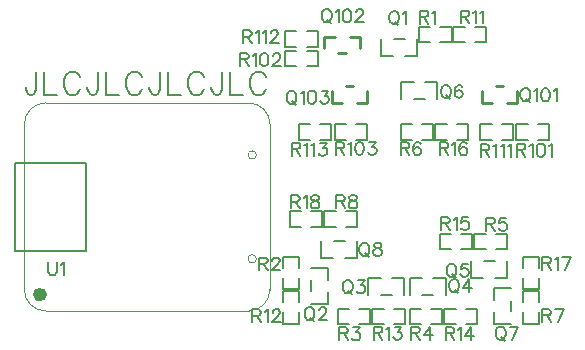
<source format=gto>
G04 Layer: TopSilkscreenLayer*
G04 EasyEDA v6.5.29, 2023-07-18 11:10:11*
G04 46a78cb779de4c589d7e1b01d2e58bcc,4bfb672c99b74c95bcb02992393faf10,10*
G04 Gerber Generator version 0.2*
G04 Scale: 100 percent, Rotated: No, Reflected: No *
G04 Dimensions in millimeters *
G04 leading zeros omitted , absolute positions ,4 integer and 5 decimal *
%FSLAX45Y45*%
%MOMM*%

%ADD10C,0.2032*%
%ADD11C,0.1524*%
%ADD12C,0.2540*%
%ADD13C,0.1000*%
%ADD14C,0.2000*%
%ADD15C,0.6000*%
%ADD16C,0.0164*%

%LPD*%
D10*
X3609593Y9107678D02*
G01*
X3609593Y8959850D01*
X3600195Y8932163D01*
X3591052Y8923020D01*
X3572509Y8913876D01*
X3553968Y8913876D01*
X3535679Y8923020D01*
X3526281Y8932163D01*
X3517138Y8959850D01*
X3517138Y8978392D01*
X3670554Y9107678D02*
G01*
X3670554Y8913876D01*
X3670554Y8913876D02*
G01*
X3781297Y8913876D01*
X3980688Y9061450D02*
G01*
X3971543Y9079992D01*
X3953002Y9098534D01*
X3934713Y9107678D01*
X3897629Y9107678D01*
X3879088Y9098534D01*
X3860800Y9079992D01*
X3851402Y9061450D01*
X3842258Y9033763D01*
X3842258Y8987789D01*
X3851402Y8959850D01*
X3860800Y8941562D01*
X3879088Y8923020D01*
X3897629Y8913876D01*
X3934713Y8913876D01*
X3953002Y8923020D01*
X3971543Y8941562D01*
X3980688Y8959850D01*
X4134104Y9107678D02*
G01*
X4134104Y8959850D01*
X4124959Y8932163D01*
X4115561Y8923020D01*
X4097274Y8913876D01*
X4078731Y8913876D01*
X4060190Y8923020D01*
X4051045Y8932163D01*
X4041647Y8959850D01*
X4041647Y8978392D01*
X4195063Y9107678D02*
G01*
X4195063Y8913876D01*
X4195063Y8913876D02*
G01*
X4305808Y8913876D01*
X4505452Y9061450D02*
G01*
X4496308Y9079992D01*
X4477765Y9098534D01*
X4459224Y9107678D01*
X4422393Y9107678D01*
X4403852Y9098534D01*
X4385309Y9079992D01*
X4376165Y9061450D01*
X4366768Y9033763D01*
X4366768Y8987789D01*
X4376165Y8959850D01*
X4385309Y8941562D01*
X4403852Y8923020D01*
X4422393Y8913876D01*
X4459224Y8913876D01*
X4477765Y8923020D01*
X4496308Y8941562D01*
X4505452Y8959850D01*
X4658868Y9107678D02*
G01*
X4658868Y8959850D01*
X4649470Y8932163D01*
X4640325Y8923020D01*
X4621784Y8913876D01*
X4603241Y8913876D01*
X4584954Y8923020D01*
X4575556Y8932163D01*
X4566411Y8959850D01*
X4566411Y8978392D01*
X4719827Y9107678D02*
G01*
X4719827Y8913876D01*
X4719827Y8913876D02*
G01*
X4830572Y8913876D01*
X5029961Y9061450D02*
G01*
X5020818Y9079992D01*
X5002275Y9098534D01*
X4983988Y9107678D01*
X4946904Y9107678D01*
X4928361Y9098534D01*
X4910074Y9079992D01*
X4900675Y9061450D01*
X4891531Y9033763D01*
X4891531Y8987789D01*
X4900675Y8959850D01*
X4910074Y8941562D01*
X4928361Y8923020D01*
X4946904Y8913876D01*
X4983988Y8913876D01*
X5002275Y8923020D01*
X5020818Y8941562D01*
X5029961Y8959850D01*
X5183377Y9107678D02*
G01*
X5183377Y8959850D01*
X5174234Y8932163D01*
X5164836Y8923020D01*
X5146547Y8913876D01*
X5128006Y8913876D01*
X5109463Y8923020D01*
X5100320Y8932163D01*
X5090922Y8959850D01*
X5090922Y8978392D01*
X5244338Y9107678D02*
G01*
X5244338Y8913876D01*
X5244338Y8913876D02*
G01*
X5355081Y8913876D01*
X5554725Y9061450D02*
G01*
X5545327Y9079992D01*
X5527040Y9098534D01*
X5508497Y9107678D01*
X5471668Y9107678D01*
X5453125Y9098534D01*
X5434584Y9079992D01*
X5425440Y9061450D01*
X5416041Y9033763D01*
X5416041Y8987789D01*
X5425440Y8959850D01*
X5434584Y8941562D01*
X5453125Y8923020D01*
X5471668Y8913876D01*
X5508497Y8913876D01*
X5527040Y8923020D01*
X5545327Y8941562D01*
X5554725Y8959850D01*
D11*
X7200645Y9625584D02*
G01*
X7200645Y9516618D01*
X7200645Y9625584D02*
G01*
X7247381Y9625584D01*
X7262875Y9620504D01*
X7268209Y9615170D01*
X7273290Y9604755D01*
X7273290Y9594342D01*
X7268209Y9583928D01*
X7262875Y9578847D01*
X7247381Y9573768D01*
X7200645Y9573768D01*
X7236968Y9573768D02*
G01*
X7273290Y9516618D01*
X7307579Y9604755D02*
G01*
X7317993Y9610089D01*
X7333488Y9625584D01*
X7333488Y9516618D01*
X7367777Y9604755D02*
G01*
X7378191Y9610089D01*
X7393940Y9625584D01*
X7393940Y9516618D01*
X5436615Y7094981D02*
G01*
X5436615Y6985762D01*
X5436615Y7094981D02*
G01*
X5483352Y7094981D01*
X5499100Y7089647D01*
X5504179Y7084568D01*
X5509513Y7074154D01*
X5509513Y7063739D01*
X5504179Y7053326D01*
X5499100Y7048245D01*
X5483352Y7042912D01*
X5436615Y7042912D01*
X5473191Y7042912D02*
G01*
X5509513Y6985762D01*
X5543804Y7074154D02*
G01*
X5554218Y7079234D01*
X5569711Y7094981D01*
X5569711Y6985762D01*
X5609081Y7068820D02*
G01*
X5609081Y7074154D01*
X5614415Y7084568D01*
X5619495Y7089647D01*
X5629909Y7094981D01*
X5650738Y7094981D01*
X5661152Y7089647D01*
X5666231Y7084568D01*
X5671565Y7074154D01*
X5671565Y7063739D01*
X5666231Y7053326D01*
X5656072Y7037831D01*
X5604002Y6985762D01*
X5676645Y6985762D01*
X6464300Y6949186D02*
G01*
X6464300Y6839965D01*
X6464300Y6949186D02*
G01*
X6511036Y6949186D01*
X6526529Y6943852D01*
X6531863Y6938771D01*
X6536943Y6928358D01*
X6536943Y6917944D01*
X6531863Y6907529D01*
X6526529Y6902195D01*
X6511036Y6897115D01*
X6464300Y6897115D01*
X6500622Y6897115D02*
G01*
X6536943Y6839965D01*
X6571234Y6928358D02*
G01*
X6581647Y6933437D01*
X6597141Y6949186D01*
X6597141Y6839965D01*
X6641845Y6949186D02*
G01*
X6698995Y6949186D01*
X6667754Y6907529D01*
X6683502Y6907529D01*
X6693915Y6902195D01*
X6698995Y6897115D01*
X6704329Y6881621D01*
X6704329Y6871208D01*
X6698995Y6855460D01*
X6688581Y6845045D01*
X6673088Y6839965D01*
X6657593Y6839965D01*
X6641845Y6845045D01*
X6636765Y6850379D01*
X6631431Y6860794D01*
X7073138Y6943344D02*
G01*
X7073138Y6834123D01*
X7073138Y6943344D02*
G01*
X7119874Y6943344D01*
X7135368Y6938010D01*
X7140702Y6932929D01*
X7145781Y6922515D01*
X7145781Y6912102D01*
X7140702Y6901687D01*
X7135368Y6896608D01*
X7119874Y6891273D01*
X7073138Y6891273D01*
X7109459Y6891273D02*
G01*
X7145781Y6834123D01*
X7180072Y6922515D02*
G01*
X7190486Y6927595D01*
X7206234Y6943344D01*
X7206234Y6834123D01*
X7292340Y6943344D02*
G01*
X7240524Y6870445D01*
X7318247Y6870445D01*
X7292340Y6943344D02*
G01*
X7292340Y6834123D01*
X7035038Y7876031D02*
G01*
X7035038Y7767065D01*
X7035038Y7876031D02*
G01*
X7081774Y7876031D01*
X7097268Y7870952D01*
X7102602Y7865871D01*
X7107681Y7855458D01*
X7107681Y7845044D01*
X7102602Y7834629D01*
X7097268Y7829295D01*
X7081774Y7824215D01*
X7035038Y7824215D01*
X7071359Y7824215D02*
G01*
X7107681Y7767065D01*
X7141972Y7855458D02*
G01*
X7152386Y7860537D01*
X7167879Y7876031D01*
X7167879Y7767065D01*
X7264654Y7876031D02*
G01*
X7212584Y7876031D01*
X7207504Y7829295D01*
X7212584Y7834629D01*
X7228331Y7839710D01*
X7243825Y7839710D01*
X7259320Y7834629D01*
X7269734Y7824215D01*
X7275068Y7808721D01*
X7275068Y7798308D01*
X7269734Y7782560D01*
X7259320Y7772145D01*
X7243825Y7767065D01*
X7228331Y7767065D01*
X7212584Y7772145D01*
X7207504Y7777479D01*
X7202170Y7787894D01*
X7023100Y8510524D02*
G01*
X7023100Y8401304D01*
X7023100Y8510524D02*
G01*
X7069836Y8510524D01*
X7085329Y8505189D01*
X7090663Y8500110D01*
X7095743Y8489695D01*
X7095743Y8479281D01*
X7090663Y8468868D01*
X7085329Y8463787D01*
X7069836Y8458454D01*
X7023100Y8458454D01*
X7059422Y8458454D02*
G01*
X7095743Y8401304D01*
X7130034Y8489695D02*
G01*
X7140447Y8494776D01*
X7155941Y8510524D01*
X7155941Y8401304D01*
X7252715Y8494776D02*
G01*
X7247381Y8505189D01*
X7231888Y8510524D01*
X7221474Y8510524D01*
X7205979Y8505189D01*
X7195565Y8489695D01*
X7190231Y8463787D01*
X7190231Y8437626D01*
X7195565Y8417052D01*
X7205979Y8406637D01*
X7221474Y8401304D01*
X7226554Y8401304D01*
X7242302Y8406637D01*
X7252715Y8417052D01*
X7257795Y8432545D01*
X7257795Y8437626D01*
X7252715Y8453374D01*
X7242302Y8463787D01*
X7226554Y8468868D01*
X7221474Y8468868D01*
X7205979Y8463787D01*
X7195565Y8453374D01*
X7190231Y8437626D01*
X7892541Y7538973D02*
G01*
X7892541Y7430008D01*
X7892541Y7538973D02*
G01*
X7939277Y7538973D01*
X7954772Y7533894D01*
X7960106Y7528560D01*
X7965186Y7518145D01*
X7965186Y7507986D01*
X7960106Y7497571D01*
X7954772Y7492237D01*
X7939277Y7487158D01*
X7892541Y7487158D01*
X7928863Y7487158D02*
G01*
X7965186Y7430008D01*
X7999475Y7518145D02*
G01*
X8009890Y7523479D01*
X8025384Y7538973D01*
X8025384Y7430008D01*
X8132572Y7538973D02*
G01*
X8080502Y7430008D01*
X8059674Y7538973D02*
G01*
X8132572Y7538973D01*
X5765800Y8059673D02*
G01*
X5765800Y7950708D01*
X5765800Y8059673D02*
G01*
X5812536Y8059673D01*
X5828029Y8054594D01*
X5833363Y8049260D01*
X5838443Y8038845D01*
X5838443Y8028686D01*
X5833363Y8018271D01*
X5828029Y8012937D01*
X5812536Y8007858D01*
X5765800Y8007858D01*
X5802122Y8007858D02*
G01*
X5838443Y7950708D01*
X5872734Y8038845D02*
G01*
X5883147Y8044179D01*
X5898895Y8059673D01*
X5898895Y7950708D01*
X5959093Y8059673D02*
G01*
X5943600Y8054594D01*
X5938265Y8044179D01*
X5938265Y8033765D01*
X5943600Y8023352D01*
X5953759Y8018271D01*
X5974588Y8012937D01*
X5990336Y8007858D01*
X6000750Y7997444D01*
X6005829Y7987029D01*
X6005829Y7971536D01*
X6000750Y7961121D01*
X5995415Y7955787D01*
X5979922Y7950708D01*
X5959093Y7950708D01*
X5943600Y7955787D01*
X5938265Y7961121D01*
X5933186Y7971536D01*
X5933186Y7987029D01*
X5938265Y7997444D01*
X5948679Y8007858D01*
X5964174Y8012937D01*
X5985002Y8018271D01*
X5995415Y8023352D01*
X6000750Y8033765D01*
X6000750Y8044179D01*
X5995415Y8054594D01*
X5979922Y8059673D01*
X5959093Y8059673D01*
X6627749Y9620554D02*
G01*
X6617334Y9615474D01*
X6606920Y9605060D01*
X6601586Y9594646D01*
X6596506Y9578898D01*
X6596506Y9552990D01*
X6601586Y9537496D01*
X6606920Y9527082D01*
X6617334Y9516668D01*
X6627749Y9511588D01*
X6648577Y9511588D01*
X6658736Y9516668D01*
X6669150Y9527082D01*
X6674484Y9537496D01*
X6679565Y9552990D01*
X6679565Y9578898D01*
X6674484Y9594646D01*
X6669150Y9605060D01*
X6658736Y9615474D01*
X6648577Y9620554D01*
X6627749Y9620554D01*
X6643243Y9532162D02*
G01*
X6674484Y9501174D01*
X6713854Y9599726D02*
G01*
X6724268Y9605060D01*
X6740016Y9620554D01*
X6740016Y9511588D01*
X7530033Y6949033D02*
G01*
X7519619Y6943953D01*
X7509205Y6933539D01*
X7503871Y6923125D01*
X7498791Y6907377D01*
X7498791Y6881469D01*
X7503871Y6865975D01*
X7509205Y6855561D01*
X7519619Y6845147D01*
X7530033Y6840067D01*
X7550861Y6840067D01*
X7561021Y6845147D01*
X7571435Y6855561D01*
X7576769Y6865975D01*
X7581849Y6881469D01*
X7581849Y6907377D01*
X7576769Y6923125D01*
X7571435Y6933539D01*
X7561021Y6943953D01*
X7550861Y6949033D01*
X7530033Y6949033D01*
X7545527Y6860641D02*
G01*
X7576769Y6829653D01*
X7689037Y6949033D02*
G01*
X7636967Y6840067D01*
X7616139Y6949033D02*
G01*
X7689037Y6949033D01*
X6375450Y7658633D02*
G01*
X6365036Y7653553D01*
X6354622Y7643139D01*
X6349288Y7632725D01*
X6344208Y7616977D01*
X6344208Y7591069D01*
X6349288Y7575575D01*
X6354622Y7565161D01*
X6365036Y7554747D01*
X6375450Y7549667D01*
X6396278Y7549667D01*
X6406438Y7554747D01*
X6416852Y7565161D01*
X6422186Y7575575D01*
X6427266Y7591069D01*
X6427266Y7616977D01*
X6422186Y7632725D01*
X6416852Y7643139D01*
X6406438Y7653553D01*
X6396278Y7658633D01*
X6375450Y7658633D01*
X6390944Y7570241D02*
G01*
X6422186Y7539253D01*
X6487718Y7658633D02*
G01*
X6471970Y7653553D01*
X6466890Y7643139D01*
X6466890Y7632725D01*
X6471970Y7622311D01*
X6482384Y7616977D01*
X6503212Y7611897D01*
X6518706Y7606817D01*
X6529120Y7596403D01*
X6534454Y7585989D01*
X6534454Y7570241D01*
X6529120Y7559827D01*
X6524040Y7554747D01*
X6508292Y7549667D01*
X6487718Y7549667D01*
X6471970Y7554747D01*
X6466890Y7559827D01*
X6461556Y7570241D01*
X6461556Y7585989D01*
X6466890Y7596403D01*
X6477304Y7606817D01*
X6492798Y7611897D01*
X6513626Y7616977D01*
X6524040Y7622311D01*
X6529120Y7632725D01*
X6529120Y7643139D01*
X6524040Y7653553D01*
X6508292Y7658633D01*
X6487718Y7658633D01*
X7738562Y8967124D02*
G01*
X7728148Y8962044D01*
X7717734Y8951630D01*
X7712400Y8941216D01*
X7707320Y8925468D01*
X7707320Y8899560D01*
X7712400Y8884066D01*
X7717734Y8873652D01*
X7728148Y8863238D01*
X7738562Y8858158D01*
X7759390Y8858158D01*
X7769550Y8863238D01*
X7779964Y8873652D01*
X7785298Y8884066D01*
X7790378Y8899560D01*
X7790378Y8925468D01*
X7785298Y8941216D01*
X7779964Y8951630D01*
X7769550Y8962044D01*
X7759390Y8967124D01*
X7738562Y8967124D01*
X7754056Y8878732D02*
G01*
X7785298Y8847744D01*
X7824668Y8946296D02*
G01*
X7835082Y8951630D01*
X7850830Y8967124D01*
X7850830Y8858158D01*
X7916108Y8967124D02*
G01*
X7900614Y8962044D01*
X7890200Y8946296D01*
X7885120Y8920388D01*
X7885120Y8904894D01*
X7890200Y8878732D01*
X7900614Y8863238D01*
X7916108Y8858158D01*
X7926522Y8858158D01*
X7942270Y8863238D01*
X7952430Y8878732D01*
X7957764Y8904894D01*
X7957764Y8920388D01*
X7952430Y8946296D01*
X7942270Y8962044D01*
X7926522Y8967124D01*
X7916108Y8967124D01*
X7992054Y8946296D02*
G01*
X8002468Y8951630D01*
X8017962Y8967124D01*
X8017962Y8858158D01*
X6056096Y9635540D02*
G01*
X6045682Y9630460D01*
X6035268Y9620046D01*
X6029934Y9609632D01*
X6024854Y9593884D01*
X6024854Y9567976D01*
X6029934Y9552482D01*
X6035268Y9542068D01*
X6045682Y9531654D01*
X6056096Y9526574D01*
X6076924Y9526574D01*
X6087084Y9531654D01*
X6097498Y9542068D01*
X6102832Y9552482D01*
X6107912Y9567976D01*
X6107912Y9593884D01*
X6102832Y9609632D01*
X6097498Y9620046D01*
X6087084Y9630460D01*
X6076924Y9635540D01*
X6056096Y9635540D01*
X6071590Y9547148D02*
G01*
X6102832Y9516160D01*
X6142202Y9614712D02*
G01*
X6152616Y9620046D01*
X6168364Y9635540D01*
X6168364Y9526574D01*
X6233642Y9635540D02*
G01*
X6218148Y9630460D01*
X6207734Y9614712D01*
X6202654Y9588804D01*
X6202654Y9573310D01*
X6207734Y9547148D01*
X6218148Y9531654D01*
X6233642Y9526574D01*
X6244056Y9526574D01*
X6259804Y9531654D01*
X6269964Y9547148D01*
X6275298Y9573310D01*
X6275298Y9588804D01*
X6269964Y9614712D01*
X6259804Y9630460D01*
X6244056Y9635540D01*
X6233642Y9635540D01*
X6314668Y9609632D02*
G01*
X6314668Y9614712D01*
X6320002Y9625126D01*
X6325082Y9630460D01*
X6335496Y9635540D01*
X6356324Y9635540D01*
X6366738Y9630460D01*
X6371818Y9625126D01*
X6377152Y9614712D01*
X6377152Y9604298D01*
X6371818Y9593884D01*
X6361404Y9578390D01*
X6309588Y9526574D01*
X6382232Y9526574D01*
X5759216Y8946499D02*
G01*
X5748802Y8941419D01*
X5738388Y8931005D01*
X5733054Y8920591D01*
X5727974Y8904843D01*
X5727974Y8878935D01*
X5733054Y8863441D01*
X5738388Y8853027D01*
X5748802Y8842613D01*
X5759216Y8837533D01*
X5780044Y8837533D01*
X5790204Y8842613D01*
X5800618Y8853027D01*
X5805952Y8863441D01*
X5811032Y8878935D01*
X5811032Y8904843D01*
X5805952Y8920591D01*
X5800618Y8931005D01*
X5790204Y8941419D01*
X5780044Y8946499D01*
X5759216Y8946499D01*
X5774710Y8858107D02*
G01*
X5805952Y8827119D01*
X5845322Y8925671D02*
G01*
X5855736Y8931005D01*
X5871484Y8946499D01*
X5871484Y8837533D01*
X5936762Y8946499D02*
G01*
X5921268Y8941419D01*
X5910854Y8925671D01*
X5905774Y8899763D01*
X5905774Y8884269D01*
X5910854Y8858107D01*
X5921268Y8842613D01*
X5936762Y8837533D01*
X5947176Y8837533D01*
X5962924Y8842613D01*
X5973084Y8858107D01*
X5978418Y8884269D01*
X5978418Y8899763D01*
X5973084Y8925671D01*
X5962924Y8941419D01*
X5947176Y8946499D01*
X5936762Y8946499D01*
X6023122Y8946499D02*
G01*
X6080272Y8946499D01*
X6049030Y8904843D01*
X6064524Y8904843D01*
X6074938Y8899763D01*
X6080272Y8894683D01*
X6085352Y8878935D01*
X6085352Y8868521D01*
X6080272Y8853027D01*
X6069858Y8842613D01*
X6054364Y8837533D01*
X6038616Y8837533D01*
X6023122Y8842613D01*
X6017788Y8847693D01*
X6012708Y8858107D01*
X6853148Y9623526D02*
G01*
X6853148Y9514560D01*
X6853148Y9623526D02*
G01*
X6899884Y9623526D01*
X6915378Y9618446D01*
X6920712Y9613112D01*
X6925792Y9602698D01*
X6925792Y9592284D01*
X6920712Y9581870D01*
X6915378Y9576790D01*
X6899884Y9571710D01*
X6853148Y9571710D01*
X6889470Y9571710D02*
G01*
X6925792Y9514560D01*
X6960082Y9602698D02*
G01*
X6970496Y9608032D01*
X6986244Y9623526D01*
X6986244Y9514560D01*
X7893354Y7096760D02*
G01*
X7893354Y6987794D01*
X7893354Y7096760D02*
G01*
X7940090Y7096760D01*
X7955584Y7091679D01*
X7960918Y7086345D01*
X7965998Y7075931D01*
X7965998Y7065518D01*
X7960918Y7055104D01*
X7955584Y7050023D01*
X7940090Y7044944D01*
X7893354Y7044944D01*
X7929676Y7044944D02*
G01*
X7965998Y6987794D01*
X8073186Y7096760D02*
G01*
X8021116Y6987794D01*
X8000288Y7096760D02*
G01*
X8073186Y7096760D01*
X6147663Y8060842D02*
G01*
X6147663Y7951876D01*
X6147663Y8060842D02*
G01*
X6194399Y8060842D01*
X6209893Y8055762D01*
X6215227Y8050428D01*
X6220307Y8040014D01*
X6220307Y8029600D01*
X6215227Y8019186D01*
X6209893Y8014106D01*
X6194399Y8009026D01*
X6147663Y8009026D01*
X6183985Y8009026D02*
G01*
X6220307Y7951876D01*
X6280759Y8060842D02*
G01*
X6265011Y8055762D01*
X6259931Y8045348D01*
X6259931Y8034934D01*
X6265011Y8024520D01*
X6275425Y8019186D01*
X6296253Y8014106D01*
X6311747Y8009026D01*
X6322161Y7998612D01*
X6327495Y7988198D01*
X6327495Y7972450D01*
X6322161Y7962036D01*
X6317081Y7956956D01*
X6301333Y7951876D01*
X6280759Y7951876D01*
X6265011Y7956956D01*
X6259931Y7962036D01*
X6254597Y7972450D01*
X6254597Y7988198D01*
X6259931Y7998612D01*
X6270345Y8009026D01*
X6285839Y8014106D01*
X6306667Y8019186D01*
X6317081Y8024520D01*
X6322161Y8034934D01*
X6322161Y8045348D01*
X6317081Y8055762D01*
X6301333Y8060842D01*
X6280759Y8060842D01*
X7676921Y8498433D02*
G01*
X7676921Y8389467D01*
X7676921Y8498433D02*
G01*
X7723657Y8498433D01*
X7739151Y8493353D01*
X7744485Y8488019D01*
X7749565Y8477605D01*
X7749565Y8467191D01*
X7744485Y8456777D01*
X7739151Y8451697D01*
X7723657Y8446617D01*
X7676921Y8446617D01*
X7713243Y8446617D02*
G01*
X7749565Y8389467D01*
X7783855Y8477605D02*
G01*
X7794269Y8482939D01*
X7810017Y8498433D01*
X7810017Y8389467D01*
X7875295Y8498433D02*
G01*
X7859801Y8493353D01*
X7849387Y8477605D01*
X7844307Y8451697D01*
X7844307Y8436203D01*
X7849387Y8410041D01*
X7859801Y8394547D01*
X7875295Y8389467D01*
X7885709Y8389467D01*
X7901457Y8394547D01*
X7911871Y8410041D01*
X7916951Y8436203D01*
X7916951Y8451697D01*
X7911871Y8477605D01*
X7901457Y8493353D01*
X7885709Y8498433D01*
X7875295Y8498433D01*
X7951241Y8477605D02*
G01*
X7961655Y8482939D01*
X7977149Y8498433D01*
X7977149Y8389467D01*
X5333136Y9265437D02*
G01*
X5333136Y9156471D01*
X5333136Y9265437D02*
G01*
X5379872Y9265437D01*
X5395366Y9260357D01*
X5400700Y9255023D01*
X5405780Y9244609D01*
X5405780Y9234195D01*
X5400700Y9223781D01*
X5395366Y9218701D01*
X5379872Y9213621D01*
X5333136Y9213621D01*
X5369458Y9213621D02*
G01*
X5405780Y9156471D01*
X5440070Y9244609D02*
G01*
X5450484Y9249943D01*
X5466232Y9265437D01*
X5466232Y9156471D01*
X5531510Y9265437D02*
G01*
X5516016Y9260357D01*
X5505602Y9244609D01*
X5500522Y9218701D01*
X5500522Y9203207D01*
X5505602Y9177045D01*
X5516016Y9161551D01*
X5531510Y9156471D01*
X5541924Y9156471D01*
X5557672Y9161551D01*
X5568086Y9177045D01*
X5573166Y9203207D01*
X5573166Y9218701D01*
X5568086Y9244609D01*
X5557672Y9260357D01*
X5541924Y9265437D01*
X5531510Y9265437D01*
X5612536Y9239529D02*
G01*
X5612536Y9244609D01*
X5617870Y9255023D01*
X5622950Y9260357D01*
X5633364Y9265437D01*
X5654192Y9265437D01*
X5664606Y9260357D01*
X5669686Y9255023D01*
X5675020Y9244609D01*
X5675020Y9234195D01*
X5669686Y9223781D01*
X5659526Y9208287D01*
X5607456Y9156471D01*
X5680100Y9156471D01*
X6143015Y8512251D02*
G01*
X6143015Y8403285D01*
X6143015Y8512251D02*
G01*
X6189751Y8512251D01*
X6205245Y8507171D01*
X6210579Y8501837D01*
X6215659Y8491423D01*
X6215659Y8481009D01*
X6210579Y8470595D01*
X6205245Y8465515D01*
X6189751Y8460435D01*
X6143015Y8460435D01*
X6179337Y8460435D02*
G01*
X6215659Y8403285D01*
X6249949Y8491423D02*
G01*
X6260363Y8496757D01*
X6276111Y8512251D01*
X6276111Y8403285D01*
X6341389Y8512251D02*
G01*
X6325895Y8507171D01*
X6315481Y8491423D01*
X6310401Y8465515D01*
X6310401Y8450021D01*
X6315481Y8423859D01*
X6325895Y8408365D01*
X6341389Y8403285D01*
X6351803Y8403285D01*
X6367551Y8408365D01*
X6377965Y8423859D01*
X6383045Y8450021D01*
X6383045Y8465515D01*
X6377965Y8491423D01*
X6367551Y8507171D01*
X6351803Y8512251D01*
X6341389Y8512251D01*
X6427749Y8512251D02*
G01*
X6484899Y8512251D01*
X6453657Y8470595D01*
X6469405Y8470595D01*
X6479565Y8465515D01*
X6484899Y8460435D01*
X6489979Y8444687D01*
X6489979Y8434273D01*
X6484899Y8418779D01*
X6474485Y8408365D01*
X6458991Y8403285D01*
X6443243Y8403285D01*
X6427749Y8408365D01*
X6422415Y8413445D01*
X6417335Y8423859D01*
X7371181Y8495690D02*
G01*
X7371181Y8386724D01*
X7371181Y8495690D02*
G01*
X7417917Y8495690D01*
X7433411Y8490610D01*
X7438745Y8485276D01*
X7443825Y8474862D01*
X7443825Y8464448D01*
X7438745Y8454034D01*
X7433411Y8448954D01*
X7417917Y8443874D01*
X7371181Y8443874D01*
X7407503Y8443874D02*
G01*
X7443825Y8386724D01*
X7478115Y8474862D02*
G01*
X7488529Y8480196D01*
X7504277Y8495690D01*
X7504277Y8386724D01*
X7538567Y8474862D02*
G01*
X7548981Y8480196D01*
X7564475Y8495690D01*
X7564475Y8386724D01*
X7598765Y8474862D02*
G01*
X7609179Y8480196D01*
X7624673Y8495690D01*
X7624673Y8386724D01*
X5359400Y9457512D02*
G01*
X5359400Y9348546D01*
X5359400Y9457512D02*
G01*
X5406136Y9457512D01*
X5421629Y9452432D01*
X5426963Y9447098D01*
X5432043Y9436684D01*
X5432043Y9426270D01*
X5426963Y9415856D01*
X5421629Y9410776D01*
X5406136Y9405696D01*
X5359400Y9405696D01*
X5395722Y9405696D02*
G01*
X5432043Y9348546D01*
X5466334Y9436684D02*
G01*
X5476747Y9442018D01*
X5492495Y9457512D01*
X5492495Y9348546D01*
X5526786Y9436684D02*
G01*
X5537200Y9442018D01*
X5552693Y9457512D01*
X5552693Y9348546D01*
X5592063Y9431604D02*
G01*
X5592063Y9436684D01*
X5597397Y9447098D01*
X5602477Y9452432D01*
X5612891Y9457512D01*
X5633720Y9457512D01*
X5644134Y9452432D01*
X5649213Y9447098D01*
X5654547Y9436684D01*
X5654547Y9426270D01*
X5649213Y9415856D01*
X5638800Y9400362D01*
X5586984Y9348546D01*
X5659627Y9348546D01*
X5770143Y8505139D02*
G01*
X5770143Y8396173D01*
X5770143Y8505139D02*
G01*
X5816879Y8505139D01*
X5832373Y8500059D01*
X5837707Y8494725D01*
X5842787Y8484311D01*
X5842787Y8473897D01*
X5837707Y8463483D01*
X5832373Y8458403D01*
X5816879Y8453323D01*
X5770143Y8453323D01*
X5806465Y8453323D02*
G01*
X5842787Y8396173D01*
X5877077Y8484311D02*
G01*
X5887491Y8489645D01*
X5903239Y8505139D01*
X5903239Y8396173D01*
X5937529Y8484311D02*
G01*
X5947943Y8489645D01*
X5963437Y8505139D01*
X5963437Y8396173D01*
X6008141Y8505139D02*
G01*
X6065291Y8505139D01*
X6034049Y8463483D01*
X6049543Y8463483D01*
X6059957Y8458403D01*
X6065291Y8453323D01*
X6070371Y8437575D01*
X6070371Y8427161D01*
X6065291Y8411667D01*
X6054877Y8401253D01*
X6039383Y8396173D01*
X6023635Y8396173D01*
X6008141Y8401253D01*
X6002807Y8406333D01*
X5997727Y8416747D01*
X3706875Y7494015D02*
G01*
X3706875Y7416037D01*
X3711956Y7400544D01*
X3722370Y7390129D01*
X3738118Y7385050D01*
X3748531Y7385050D01*
X3764025Y7390129D01*
X3774440Y7400544D01*
X3779520Y7416037D01*
X3779520Y7494015D01*
X3813809Y7473187D02*
G01*
X3824224Y7478521D01*
X3839972Y7494015D01*
X3839972Y7385050D01*
X5911215Y7112939D02*
G01*
X5900800Y7107859D01*
X5890386Y7097445D01*
X5885306Y7087031D01*
X5880227Y7071537D01*
X5880227Y7045375D01*
X5885306Y7029881D01*
X5890386Y7019467D01*
X5900800Y7009053D01*
X5911215Y7003973D01*
X5932043Y7003973D01*
X5942456Y7009053D01*
X5952870Y7019467D01*
X5957950Y7029881D01*
X5963284Y7045375D01*
X5963284Y7071537D01*
X5957950Y7087031D01*
X5952870Y7097445D01*
X5942456Y7107859D01*
X5932043Y7112939D01*
X5911215Y7112939D01*
X5926963Y7024801D02*
G01*
X5957950Y6993559D01*
X6002654Y7087031D02*
G01*
X6002654Y7092365D01*
X6007988Y7102525D01*
X6013068Y7107859D01*
X6023483Y7112939D01*
X6044311Y7112939D01*
X6054725Y7107859D01*
X6059804Y7102525D01*
X6065138Y7092365D01*
X6065138Y7081951D01*
X6059804Y7071537D01*
X6049390Y7055789D01*
X5997575Y7003973D01*
X6070218Y7003973D01*
X6234938Y7341285D02*
G01*
X6224524Y7335951D01*
X6214109Y7325537D01*
X6208775Y7315377D01*
X6203695Y7299629D01*
X6203695Y7273721D01*
X6208775Y7258227D01*
X6214109Y7247813D01*
X6224524Y7237399D01*
X6234938Y7232065D01*
X6255765Y7232065D01*
X6265925Y7237399D01*
X6276340Y7247813D01*
X6281674Y7258227D01*
X6286754Y7273721D01*
X6286754Y7299629D01*
X6281674Y7315377D01*
X6276340Y7325537D01*
X6265925Y7335951D01*
X6255765Y7341285D01*
X6234938Y7341285D01*
X6250431Y7252893D02*
G01*
X6281674Y7221651D01*
X6331458Y7341285D02*
G01*
X6388608Y7341285D01*
X6357365Y7299629D01*
X6373113Y7299629D01*
X6383527Y7294549D01*
X6388608Y7289215D01*
X6393941Y7273721D01*
X6393941Y7263307D01*
X6388608Y7247813D01*
X6378193Y7237399D01*
X6362700Y7232065D01*
X6347206Y7232065D01*
X6331458Y7237399D01*
X6326377Y7242479D01*
X6321043Y7252893D01*
X7135622Y7349845D02*
G01*
X7125208Y7344765D01*
X7114793Y7334351D01*
X7109713Y7323937D01*
X7104634Y7308443D01*
X7104634Y7282281D01*
X7109713Y7266787D01*
X7114793Y7256373D01*
X7125208Y7245959D01*
X7135622Y7240879D01*
X7156450Y7240879D01*
X7166863Y7245959D01*
X7177277Y7256373D01*
X7182358Y7266787D01*
X7187691Y7282281D01*
X7187691Y7308443D01*
X7182358Y7323937D01*
X7177277Y7334351D01*
X7166863Y7344765D01*
X7156450Y7349845D01*
X7135622Y7349845D01*
X7151370Y7261707D02*
G01*
X7182358Y7230465D01*
X7273797Y7349845D02*
G01*
X7221981Y7277201D01*
X7299959Y7277201D01*
X7273797Y7349845D02*
G01*
X7273797Y7240879D01*
X5493207Y7534147D02*
G01*
X5493207Y7425181D01*
X5493207Y7534147D02*
G01*
X5539943Y7534147D01*
X5555691Y7529068D01*
X5560771Y7523734D01*
X5566105Y7513320D01*
X5566105Y7502905D01*
X5560771Y7492492D01*
X5555691Y7487412D01*
X5539943Y7482331D01*
X5493207Y7482331D01*
X5529783Y7482331D02*
G01*
X5566105Y7425181D01*
X5605475Y7508239D02*
G01*
X5605475Y7513320D01*
X5610809Y7523734D01*
X5615889Y7529068D01*
X5626303Y7534147D01*
X5647131Y7534147D01*
X5657545Y7529068D01*
X5662625Y7523734D01*
X5667959Y7513320D01*
X5667959Y7502905D01*
X5662625Y7492492D01*
X5652211Y7476997D01*
X5600395Y7425181D01*
X5673039Y7425181D01*
X6172961Y6943242D02*
G01*
X6172961Y6834022D01*
X6172961Y6943242D02*
G01*
X6219697Y6943242D01*
X6235191Y6938162D01*
X6240525Y6932828D01*
X6245606Y6922414D01*
X6245606Y6912000D01*
X6240525Y6901586D01*
X6235191Y6896506D01*
X6219697Y6891172D01*
X6172961Y6891172D01*
X6209284Y6891172D02*
G01*
X6245606Y6834022D01*
X6290309Y6943242D02*
G01*
X6347459Y6943242D01*
X6316218Y6901586D01*
X6331965Y6901586D01*
X6342379Y6896506D01*
X6347459Y6891172D01*
X6352793Y6875678D01*
X6352793Y6865264D01*
X6347459Y6849770D01*
X6337045Y6839356D01*
X6321552Y6834022D01*
X6306058Y6834022D01*
X6290309Y6839356D01*
X6285229Y6844436D01*
X6279895Y6854850D01*
X6781038Y6949033D02*
G01*
X6781038Y6840067D01*
X6781038Y6949033D02*
G01*
X6827774Y6949033D01*
X6843268Y6943953D01*
X6848602Y6938619D01*
X6853681Y6928205D01*
X6853681Y6917791D01*
X6848602Y6907377D01*
X6843268Y6902297D01*
X6827774Y6897217D01*
X6781038Y6897217D01*
X6817359Y6897217D02*
G01*
X6853681Y6840067D01*
X6940041Y6949033D02*
G01*
X6887972Y6876389D01*
X6965950Y6876389D01*
X6940041Y6949033D02*
G01*
X6940041Y6840067D01*
X7112508Y7482179D02*
G01*
X7102093Y7477099D01*
X7091679Y7466685D01*
X7086600Y7456271D01*
X7081520Y7440777D01*
X7081520Y7414615D01*
X7086600Y7399121D01*
X7091679Y7388707D01*
X7102093Y7378293D01*
X7112508Y7373213D01*
X7133336Y7373213D01*
X7143750Y7378293D01*
X7154163Y7388707D01*
X7159243Y7399121D01*
X7164577Y7414615D01*
X7164577Y7440777D01*
X7159243Y7456271D01*
X7154163Y7466685D01*
X7143750Y7477099D01*
X7133336Y7482179D01*
X7112508Y7482179D01*
X7128256Y7394041D02*
G01*
X7159243Y7362799D01*
X7261097Y7482179D02*
G01*
X7209281Y7482179D01*
X7203947Y7435443D01*
X7209281Y7440777D01*
X7224775Y7445857D01*
X7240270Y7445857D01*
X7256018Y7440777D01*
X7266431Y7430363D01*
X7271511Y7414615D01*
X7271511Y7404201D01*
X7266431Y7388707D01*
X7256018Y7378293D01*
X7240270Y7373213D01*
X7224775Y7373213D01*
X7209281Y7378293D01*
X7203947Y7383627D01*
X7198868Y7394041D01*
X7065518Y8994622D02*
G01*
X7055104Y8989542D01*
X7044690Y8979128D01*
X7039609Y8968714D01*
X7034529Y8952966D01*
X7034529Y8927058D01*
X7039609Y8911564D01*
X7044690Y8901150D01*
X7055104Y8890736D01*
X7065518Y8885402D01*
X7086345Y8885402D01*
X7096759Y8890736D01*
X7107174Y8901150D01*
X7112254Y8911564D01*
X7117588Y8927058D01*
X7117588Y8952966D01*
X7112254Y8968714D01*
X7107174Y8979128D01*
X7096759Y8989542D01*
X7086345Y8994622D01*
X7065518Y8994622D01*
X7081265Y8906230D02*
G01*
X7112254Y8875242D01*
X7214108Y8979128D02*
G01*
X7209027Y8989542D01*
X7193279Y8994622D01*
X7183120Y8994622D01*
X7167372Y8989542D01*
X7156958Y8973794D01*
X7151877Y8947886D01*
X7151877Y8921978D01*
X7156958Y8901150D01*
X7167372Y8890736D01*
X7183120Y8885402D01*
X7188200Y8885402D01*
X7203693Y8890736D01*
X7214108Y8901150D01*
X7219441Y8916644D01*
X7219441Y8921978D01*
X7214108Y8937472D01*
X7203693Y8947886D01*
X7188200Y8952966D01*
X7183120Y8952966D01*
X7167372Y8947886D01*
X7156958Y8937472D01*
X7151877Y8921978D01*
X7415784Y7870291D02*
G01*
X7415784Y7761325D01*
X7415784Y7870291D02*
G01*
X7462520Y7870291D01*
X7478268Y7865211D01*
X7483347Y7859877D01*
X7488681Y7849463D01*
X7488681Y7839303D01*
X7483347Y7828889D01*
X7478268Y7823555D01*
X7462520Y7818475D01*
X7415784Y7818475D01*
X7452106Y7818475D02*
G01*
X7488681Y7761325D01*
X7585202Y7870291D02*
G01*
X7533131Y7870291D01*
X7528052Y7823555D01*
X7533131Y7828889D01*
X7548879Y7833969D01*
X7564374Y7833969D01*
X7580122Y7828889D01*
X7590281Y7818475D01*
X7595615Y7802727D01*
X7595615Y7792313D01*
X7590281Y7776819D01*
X7580122Y7766405D01*
X7564374Y7761325D01*
X7548879Y7761325D01*
X7533131Y7766405D01*
X7528052Y7771739D01*
X7522972Y7782153D01*
X6693052Y8510371D02*
G01*
X6693052Y8401405D01*
X6693052Y8510371D02*
G01*
X6739788Y8510371D01*
X6755282Y8505291D01*
X6760616Y8499957D01*
X6765696Y8489797D01*
X6765696Y8479383D01*
X6760616Y8468969D01*
X6755282Y8463635D01*
X6739788Y8458555D01*
X6693052Y8458555D01*
X6729374Y8458555D02*
G01*
X6765696Y8401405D01*
X6862470Y8494877D02*
G01*
X6857136Y8505291D01*
X6841642Y8510371D01*
X6831228Y8510371D01*
X6815734Y8505291D01*
X6805320Y8489797D01*
X6799986Y8463635D01*
X6799986Y8437727D01*
X6805320Y8416899D01*
X6815734Y8406485D01*
X6831228Y8401405D01*
X6836308Y8401405D01*
X6852056Y8406485D01*
X6862470Y8416899D01*
X6867550Y8432647D01*
X6867550Y8437727D01*
X6862470Y8453221D01*
X6852056Y8463635D01*
X6836308Y8468969D01*
X6831228Y8468969D01*
X6815734Y8463635D01*
X6805320Y8453221D01*
X6799986Y8437727D01*
X7233716Y9489460D02*
G01*
X7137829Y9489460D01*
X7137829Y9357339D01*
X7233716Y9357339D01*
X7318959Y9489460D02*
G01*
X7414846Y9489460D01*
X7414846Y9357339D01*
X7318959Y9357339D01*
X5831860Y7154621D02*
G01*
X5831860Y7250508D01*
X5699739Y7250508D01*
X5699739Y7154621D01*
X5831860Y7069378D02*
G01*
X5831860Y6973491D01*
X5699739Y6973491D01*
X5699739Y7069378D01*
X6548678Y7101860D02*
G01*
X6452791Y7101860D01*
X6452791Y6969739D01*
X6548678Y6969739D01*
X6633921Y7101860D02*
G01*
X6729808Y7101860D01*
X6729808Y6969739D01*
X6633921Y6969739D01*
X7158278Y7101860D02*
G01*
X7062391Y7101860D01*
X7062391Y6969739D01*
X7158278Y6969739D01*
X7243521Y7101860D02*
G01*
X7339408Y7101860D01*
X7339408Y6969739D01*
X7243521Y6969739D01*
X7205421Y7604739D02*
G01*
X7301308Y7604739D01*
X7301308Y7736860D01*
X7205421Y7736860D01*
X7120178Y7604739D02*
G01*
X7024291Y7604739D01*
X7024291Y7736860D01*
X7120178Y7736860D01*
X7081316Y8663960D02*
G01*
X6985429Y8663960D01*
X6985429Y8531839D01*
X7081316Y8531839D01*
X7166559Y8663960D02*
G01*
X7262446Y8663960D01*
X7262446Y8531839D01*
X7166559Y8531839D01*
X7731739Y7361478D02*
G01*
X7731739Y7265591D01*
X7863860Y7265591D01*
X7863860Y7361478D01*
X7731739Y7446721D02*
G01*
X7731739Y7542608D01*
X7863860Y7542608D01*
X7863860Y7446721D01*
X5935421Y7795239D02*
G01*
X6031308Y7795239D01*
X6031308Y7927360D01*
X5935421Y7927360D01*
X5850178Y7795239D02*
G01*
X5754291Y7795239D01*
X5754291Y7927360D01*
X5850178Y7927360D01*
X6527579Y9381721D02*
G01*
X6527579Y9236478D01*
X6630741Y9236478D01*
X6832820Y9381721D02*
G01*
X6832820Y9236478D01*
X6729658Y9236478D01*
X6634660Y9381721D02*
G01*
X6725739Y9381721D01*
X7629121Y7277320D02*
G01*
X7483878Y7277320D01*
X7483878Y7174158D01*
X7629121Y6972079D02*
G01*
X7483878Y6972079D01*
X7483878Y7075241D01*
X7629121Y7170239D02*
G01*
X7629121Y7079160D01*
X6019579Y7678320D02*
G01*
X6019579Y7533078D01*
X6122741Y7533078D01*
X6324820Y7678320D02*
G01*
X6324820Y7533078D01*
X6221658Y7533078D01*
X6126660Y7678320D02*
G01*
X6217739Y7678320D01*
D12*
X7467500Y8845400D02*
G01*
X7381100Y8845400D01*
X7381100Y8845400D02*
G01*
X7381100Y8945402D01*
X7562496Y8985399D02*
G01*
X7499703Y8985399D01*
X7681099Y8845400D02*
G01*
X7594699Y8845400D01*
X7681099Y8845400D02*
G01*
X7681099Y8945402D01*
X6261199Y9404499D02*
G01*
X6347599Y9404499D01*
X6347599Y9404499D02*
G01*
X6347599Y9304497D01*
X6166203Y9264500D02*
G01*
X6228996Y9264500D01*
X6047600Y9404499D02*
G01*
X6134000Y9404499D01*
X6047600Y9404499D02*
G01*
X6047600Y9304497D01*
X6197500Y8845400D02*
G01*
X6111100Y8845400D01*
X6111100Y8845400D02*
G01*
X6111100Y8945402D01*
X6292496Y8985399D02*
G01*
X6229703Y8985399D01*
X6411099Y8845400D02*
G01*
X6324699Y8845400D01*
X6411099Y8845400D02*
G01*
X6411099Y8945402D01*
D11*
X6943242Y9489460D02*
G01*
X6847354Y9489460D01*
X6847354Y9357339D01*
X6943242Y9357339D01*
X7028484Y9489460D02*
G01*
X7124372Y9489460D01*
X7124372Y9357339D01*
X7028484Y9357339D01*
X7731739Y7069378D02*
G01*
X7731739Y6973491D01*
X7863860Y6973491D01*
X7863860Y7069378D01*
X7731739Y7154621D02*
G01*
X7731739Y7250508D01*
X7863860Y7250508D01*
X7863860Y7154621D01*
X6228384Y7795239D02*
G01*
X6324272Y7795239D01*
X6324272Y7927360D01*
X6228384Y7927360D01*
X6143142Y7795239D02*
G01*
X6047254Y7795239D01*
X6047254Y7927360D01*
X6143142Y7927360D01*
X7767878Y8663960D02*
G01*
X7671991Y8663960D01*
X7671991Y8531839D01*
X7767878Y8531839D01*
X7853121Y8663960D02*
G01*
X7949008Y8663960D01*
X7949008Y8531839D01*
X7853121Y8531839D01*
X5811215Y9286260D02*
G01*
X5715327Y9286260D01*
X5715327Y9154139D01*
X5811215Y9154139D01*
X5896457Y9286260D02*
G01*
X5992345Y9286260D01*
X5992345Y9154139D01*
X5896457Y9154139D01*
X6231178Y8663960D02*
G01*
X6135291Y8663960D01*
X6135291Y8531839D01*
X6231178Y8531839D01*
X6316421Y8663960D02*
G01*
X6412308Y8663960D01*
X6412308Y8531839D01*
X6316421Y8531839D01*
X7463078Y8663960D02*
G01*
X7367191Y8663960D01*
X7367191Y8531839D01*
X7463078Y8531839D01*
X7548321Y8663960D02*
G01*
X7644208Y8663960D01*
X7644208Y8531839D01*
X7548321Y8531839D01*
X5896457Y9319239D02*
G01*
X5992345Y9319239D01*
X5992345Y9451360D01*
X5896457Y9451360D01*
X5811215Y9319239D02*
G01*
X5715327Y9319239D01*
X5715327Y9451360D01*
X5811215Y9451360D01*
X5926378Y8663960D02*
G01*
X5830491Y8663960D01*
X5830491Y8531839D01*
X5926378Y8531839D01*
X6011621Y8663960D02*
G01*
X6107508Y8663960D01*
X6107508Y8531839D01*
X6011621Y8531839D01*
D13*
X5406598Y7082901D02*
G01*
X3686601Y7082901D01*
X3506602Y8662898D02*
G01*
X3506602Y7262901D01*
X5586597Y8662898D02*
G01*
X5586597Y7262901D01*
X5406598Y8842898D02*
G01*
X3686601Y8842898D01*
D14*
X4025900Y7587894D02*
G01*
X3429000Y7587894D01*
X3429000Y8337905D01*
X4025900Y8337905D01*
X4025900Y7587894D01*
D11*
X5932878Y7143275D02*
G01*
X6078120Y7143275D01*
X6078120Y7246437D01*
X5932878Y7448516D02*
G01*
X6078120Y7448516D01*
X6078120Y7345354D01*
X5932878Y7250356D02*
G01*
X5932878Y7341435D01*
X6724616Y7215578D02*
G01*
X6724616Y7360820D01*
X6621454Y7360820D01*
X6419375Y7215578D02*
G01*
X6419375Y7360820D01*
X6522537Y7360820D01*
X6617535Y7215578D02*
G01*
X6526456Y7215578D01*
X7074120Y7217178D02*
G01*
X7074120Y7362421D01*
X6970958Y7362421D01*
X6768879Y7217178D02*
G01*
X6768879Y7362421D01*
X6872041Y7362421D01*
X6967039Y7217178D02*
G01*
X6875960Y7217178D01*
X5831860Y7446721D02*
G01*
X5831860Y7542608D01*
X5699739Y7542608D01*
X5699739Y7446721D01*
X5831860Y7361478D02*
G01*
X5831860Y7265591D01*
X5699739Y7265591D01*
X5699739Y7361478D01*
X6256578Y7101860D02*
G01*
X6160691Y7101860D01*
X6160691Y6969739D01*
X6256578Y6969739D01*
X6341821Y7101860D02*
G01*
X6437708Y7101860D01*
X6437708Y6969739D01*
X6341821Y6969739D01*
X6866178Y7101860D02*
G01*
X6770291Y7101860D01*
X6770291Y6969739D01*
X6866178Y6969739D01*
X6951421Y7101860D02*
G01*
X7047308Y7101860D01*
X7047308Y6969739D01*
X6951421Y6969739D01*
X7289579Y7502121D02*
G01*
X7289579Y7356878D01*
X7392741Y7356878D01*
X7594820Y7502121D02*
G01*
X7594820Y7356878D01*
X7491658Y7356878D01*
X7396660Y7502121D02*
G01*
X7487739Y7502121D01*
X7004016Y8879278D02*
G01*
X7004016Y9024520D01*
X6900854Y9024520D01*
X6698775Y8879278D02*
G01*
X6698775Y9024520D01*
X6801937Y9024520D01*
X6896935Y8879278D02*
G01*
X6805856Y8879278D01*
X7497521Y7604739D02*
G01*
X7593408Y7604739D01*
X7593408Y7736860D01*
X7497521Y7736860D01*
X7412278Y7604739D02*
G01*
X7316391Y7604739D01*
X7316391Y7736860D01*
X7412278Y7736860D01*
X6789115Y8663960D02*
G01*
X6693227Y8663960D01*
X6693227Y8531839D01*
X6789115Y8531839D01*
X6874357Y8663960D02*
G01*
X6970245Y8663960D01*
X6970245Y8531839D01*
X6874357Y8531839D01*
D13*
G75*
G01*
X5586598Y8662904D02*
G03*
X5406603Y8842898I-180000J-5D01*
G75*
G01*
X3686597Y8842898D02*
G03*
X3506602Y8662904I5J-179999D01*
G75*
G01*
X5406603Y7082902D02*
G03*
X5586598Y7262896I-5J179999D01*
G75*
G01*
X3506602Y7262896D02*
G03*
X3686597Y7082902I180000J5D01*
G75*
G01
X5470601Y8402904D02*
G03X5470601Y8402904I-35001J0D01*
G75*
G01
X5470601Y7522896D02*
G03X5470601Y7522896I-35001J0D01*
D15*
G75*
G01
X3669386Y7221195D02*
G03X3669386Y7221195I-29997J0D01*
M02*

</source>
